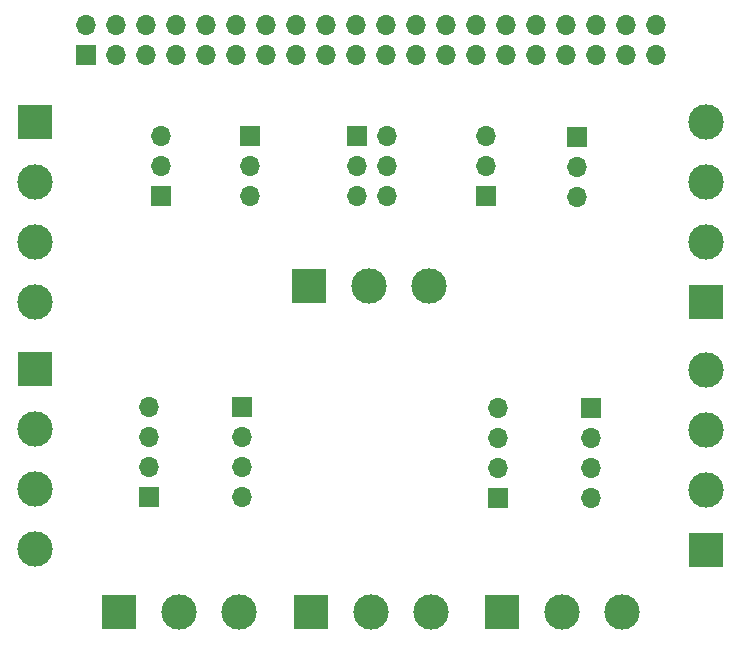
<source format=gbr>
%TF.GenerationSoftware,KiCad,Pcbnew,(5.1.10)-1*%
%TF.CreationDate,2022-03-08T12:45:46-05:00*%
%TF.ProjectId,PCBProjet,50434250-726f-46a6-9574-2e6b69636164,rev?*%
%TF.SameCoordinates,Original*%
%TF.FileFunction,Soldermask,Top*%
%TF.FilePolarity,Negative*%
%FSLAX46Y46*%
G04 Gerber Fmt 4.6, Leading zero omitted, Abs format (unit mm)*
G04 Created by KiCad (PCBNEW (5.1.10)-1) date 2022-03-08 12:45:46*
%MOMM*%
%LPD*%
G01*
G04 APERTURE LIST*
%ADD10O,1.700000X1.700000*%
%ADD11R,1.700000X1.700000*%
%ADD12C,3.000000*%
%ADD13R,3.000000X3.000000*%
G04 APERTURE END LIST*
D10*
%TO.C,1W_Conn4*%
X159500000Y-88730000D03*
X159500000Y-86190000D03*
D11*
X159500000Y-83650000D03*
%TD*%
D10*
%TO.C,1W_Conn3*%
X151750000Y-83620000D03*
X151750000Y-86160000D03*
D11*
X151750000Y-88700000D03*
%TD*%
D10*
%TO.C,1W_Conn2*%
X131750000Y-88680000D03*
X131750000Y-86140000D03*
D11*
X131750000Y-83600000D03*
%TD*%
D10*
%TO.C,1W_Conn1*%
X124250000Y-83570000D03*
X124250000Y-86110000D03*
D11*
X124250000Y-88650000D03*
%TD*%
D12*
%TO.C,1Wire_Bornier2*%
X147110000Y-123900000D03*
X142030000Y-123900000D03*
D13*
X136950000Y-123900000D03*
%TD*%
D12*
%TO.C,1Wire_Bornier4*%
X146960000Y-96300000D03*
X141880000Y-96300000D03*
D13*
X136800000Y-96300000D03*
%TD*%
D12*
%TO.C,1Wire_Bornier3*%
X163310000Y-123900000D03*
X158230000Y-123900000D03*
D13*
X153150000Y-123900000D03*
%TD*%
D12*
%TO.C,1Wire_Bornier1*%
X130860000Y-123900000D03*
X125780000Y-123900000D03*
D13*
X120700000Y-123900000D03*
%TD*%
D12*
%TO.C,I2C_Bornier4*%
X170350000Y-82460000D03*
D13*
X170350000Y-97700000D03*
D12*
X170350000Y-87540000D03*
X170350000Y-92620000D03*
%TD*%
%TO.C,I2C_Bornier3*%
X170350000Y-103410000D03*
D13*
X170350000Y-118650000D03*
D12*
X170350000Y-108490000D03*
X170350000Y-113570000D03*
%TD*%
%TO.C,I2C_Bornier2*%
X113600000Y-118590000D03*
D13*
X113600000Y-103350000D03*
D12*
X113600000Y-113510000D03*
X113600000Y-108430000D03*
%TD*%
%TO.C,I2C_Bornier1*%
X113600000Y-97650000D03*
D13*
X113600000Y-82410000D03*
D12*
X113600000Y-92570000D03*
X113600000Y-87490000D03*
%TD*%
D11*
%TO.C,RaspPi_Conn*%
X117870000Y-76770000D03*
D10*
X117870000Y-74230000D03*
X120410000Y-76770000D03*
X120410000Y-74230000D03*
X122950000Y-76770000D03*
X122950000Y-74230000D03*
X125490000Y-76770000D03*
X125490000Y-74230000D03*
X128030000Y-76770000D03*
X128030000Y-74230000D03*
X130570000Y-76770000D03*
X130570000Y-74230000D03*
X133110000Y-76770000D03*
X133110000Y-74230000D03*
X135650000Y-76770000D03*
X135650000Y-74230000D03*
X138190000Y-76770000D03*
X138190000Y-74230000D03*
X140730000Y-76770000D03*
X140730000Y-74230000D03*
X143270000Y-76770000D03*
X143270000Y-74230000D03*
X145810000Y-76770000D03*
X145810000Y-74230000D03*
X148350000Y-76770000D03*
X148350000Y-74230000D03*
X150890000Y-76770000D03*
X150890000Y-74230000D03*
X153430000Y-76770000D03*
X153430000Y-74230000D03*
X155970000Y-76770000D03*
X155970000Y-74230000D03*
X158510000Y-76770000D03*
X158510000Y-74230000D03*
X161050000Y-76770000D03*
X161050000Y-74230000D03*
X163590000Y-76770000D03*
X163590000Y-74230000D03*
X166130000Y-76770000D03*
X166130000Y-74230000D03*
%TD*%
D11*
%TO.C,GPIO_Conn*%
X140850000Y-83600000D03*
D10*
X143390000Y-83600000D03*
X140850000Y-86140000D03*
X143390000Y-86140000D03*
X140850000Y-88680000D03*
X143390000Y-88680000D03*
%TD*%
D11*
%TO.C,I2C_Conn1*%
X123250000Y-114150000D03*
D10*
X123250000Y-111610000D03*
X123250000Y-109070000D03*
X123250000Y-106530000D03*
%TD*%
D11*
%TO.C,I2C_Conn2*%
X131100000Y-106550000D03*
D10*
X131100000Y-109090000D03*
X131100000Y-111630000D03*
X131100000Y-114170000D03*
%TD*%
%TO.C,I2C_Conn3*%
X152800000Y-106630000D03*
X152800000Y-109170000D03*
X152800000Y-111710000D03*
D11*
X152800000Y-114250000D03*
%TD*%
D10*
%TO.C,I2C_Conn4*%
X160650000Y-114270000D03*
X160650000Y-111730000D03*
X160650000Y-109190000D03*
D11*
X160650000Y-106650000D03*
%TD*%
M02*

</source>
